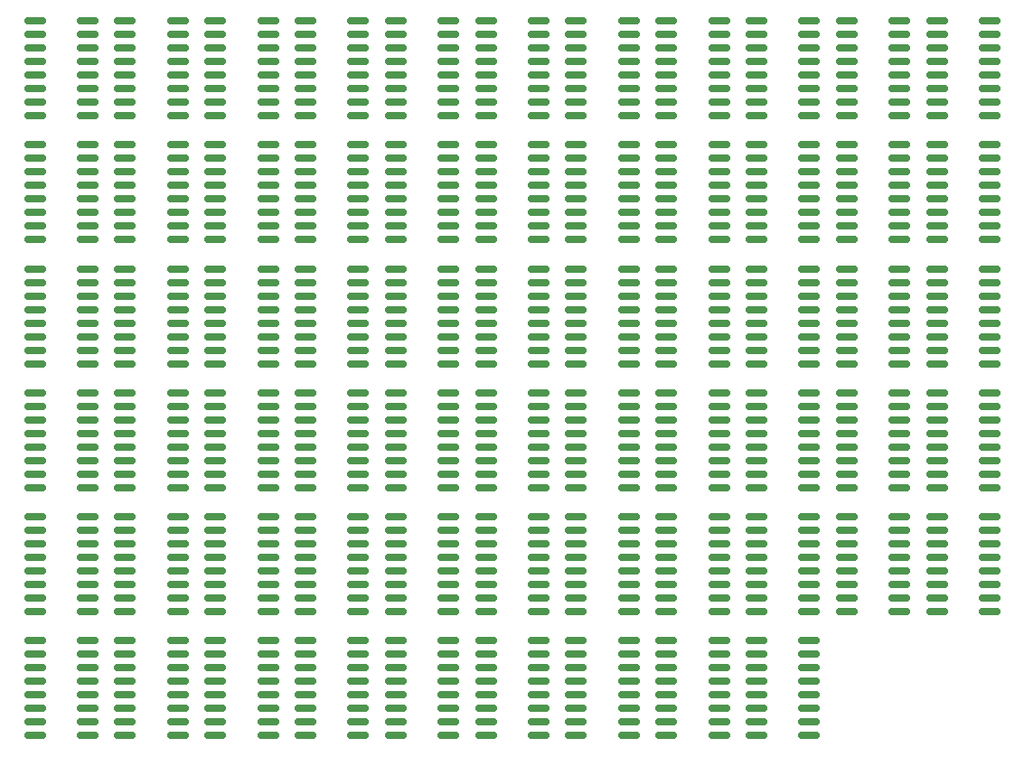
<source format=gbr>
%TF.GenerationSoftware,KiCad,Pcbnew,9.0.7*%
%TF.CreationDate,2026-02-03T13:11:02-05:00*%
%TF.ProjectId,INS-1 Matrix Display Motherboard,494e532d-3120-44d6-9174-726978204469,rev?*%
%TF.SameCoordinates,Original*%
%TF.FileFunction,Paste,Top*%
%TF.FilePolarity,Positive*%
%FSLAX46Y46*%
G04 Gerber Fmt 4.6, Leading zero omitted, Abs format (unit mm)*
G04 Created by KiCad (PCBNEW 9.0.7) date 2026-02-03 13:11:02*
%MOMM*%
%LPD*%
G01*
G04 APERTURE LIST*
G04 Aperture macros list*
%AMRoundRect*
0 Rectangle with rounded corners*
0 $1 Rounding radius*
0 $2 $3 $4 $5 $6 $7 $8 $9 X,Y pos of 4 corners*
0 Add a 4 corners polygon primitive as box body*
4,1,4,$2,$3,$4,$5,$6,$7,$8,$9,$2,$3,0*
0 Add four circle primitives for the rounded corners*
1,1,$1+$1,$2,$3*
1,1,$1+$1,$4,$5*
1,1,$1+$1,$6,$7*
1,1,$1+$1,$8,$9*
0 Add four rect primitives between the rounded corners*
20,1,$1+$1,$2,$3,$4,$5,0*
20,1,$1+$1,$4,$5,$6,$7,0*
20,1,$1+$1,$6,$7,$8,$9,0*
20,1,$1+$1,$8,$9,$2,$3,0*%
G04 Aperture macros list end*
%ADD10RoundRect,0.150000X-0.825000X-0.150000X0.825000X-0.150000X0.825000X0.150000X-0.825000X0.150000X0*%
G04 APERTURE END LIST*
D10*
%TO.C,U64*%
X168855000Y38795000D03*
X168855000Y37525000D03*
X168855000Y36255000D03*
X168855000Y34985000D03*
X168855000Y33715000D03*
X168855000Y32445000D03*
X168855000Y31175000D03*
X168855000Y29905000D03*
X173805000Y29905000D03*
X173805000Y31175000D03*
X173805000Y32445000D03*
X173805000Y33715000D03*
X173805000Y34985000D03*
X173805000Y36255000D03*
X173805000Y37525000D03*
X173805000Y38795000D03*
%TD*%
%TO.C,U63*%
X160405000Y38795000D03*
X160405000Y37525000D03*
X160405000Y36255000D03*
X160405000Y34985000D03*
X160405000Y33715000D03*
X160405000Y32445000D03*
X160405000Y31175000D03*
X160405000Y29905000D03*
X165355000Y29905000D03*
X165355000Y31175000D03*
X165355000Y32445000D03*
X165355000Y33715000D03*
X165355000Y34985000D03*
X165355000Y36255000D03*
X165355000Y37525000D03*
X165355000Y38795000D03*
%TD*%
%TO.C,U62*%
X151955000Y38795000D03*
X151955000Y37525000D03*
X151955000Y36255000D03*
X151955000Y34985000D03*
X151955000Y33715000D03*
X151955000Y32445000D03*
X151955000Y31175000D03*
X151955000Y29905000D03*
X156905000Y29905000D03*
X156905000Y31175000D03*
X156905000Y32445000D03*
X156905000Y33715000D03*
X156905000Y34985000D03*
X156905000Y36255000D03*
X156905000Y37525000D03*
X156905000Y38795000D03*
%TD*%
%TO.C,U61*%
X143505000Y38795000D03*
X143505000Y37525000D03*
X143505000Y36255000D03*
X143505000Y34985000D03*
X143505000Y33715000D03*
X143505000Y32445000D03*
X143505000Y31175000D03*
X143505000Y29905000D03*
X148455000Y29905000D03*
X148455000Y31175000D03*
X148455000Y32445000D03*
X148455000Y33715000D03*
X148455000Y34985000D03*
X148455000Y36255000D03*
X148455000Y37525000D03*
X148455000Y38795000D03*
%TD*%
%TO.C,U60*%
X135055000Y38795000D03*
X135055000Y37525000D03*
X135055000Y36255000D03*
X135055000Y34985000D03*
X135055000Y33715000D03*
X135055000Y32445000D03*
X135055000Y31175000D03*
X135055000Y29905000D03*
X140005000Y29905000D03*
X140005000Y31175000D03*
X140005000Y32445000D03*
X140005000Y33715000D03*
X140005000Y34985000D03*
X140005000Y36255000D03*
X140005000Y37525000D03*
X140005000Y38795000D03*
%TD*%
%TO.C,U59*%
X126605000Y38795000D03*
X126605000Y37525000D03*
X126605000Y36255000D03*
X126605000Y34985000D03*
X126605000Y33715000D03*
X126605000Y32445000D03*
X126605000Y31175000D03*
X126605000Y29905000D03*
X131555000Y29905000D03*
X131555000Y31175000D03*
X131555000Y32445000D03*
X131555000Y33715000D03*
X131555000Y34985000D03*
X131555000Y36255000D03*
X131555000Y37525000D03*
X131555000Y38795000D03*
%TD*%
%TO.C,U58*%
X118155000Y38795000D03*
X118155000Y37525000D03*
X118155000Y36255000D03*
X118155000Y34985000D03*
X118155000Y33715000D03*
X118155000Y32445000D03*
X118155000Y31175000D03*
X118155000Y29905000D03*
X123105000Y29905000D03*
X123105000Y31175000D03*
X123105000Y32445000D03*
X123105000Y33715000D03*
X123105000Y34985000D03*
X123105000Y36255000D03*
X123105000Y37525000D03*
X123105000Y38795000D03*
%TD*%
%TO.C,U57*%
X109705000Y38795000D03*
X109705000Y37525000D03*
X109705000Y36255000D03*
X109705000Y34985000D03*
X109705000Y33715000D03*
X109705000Y32445000D03*
X109705000Y31175000D03*
X109705000Y29905000D03*
X114655000Y29905000D03*
X114655000Y31175000D03*
X114655000Y32445000D03*
X114655000Y33715000D03*
X114655000Y34985000D03*
X114655000Y36255000D03*
X114655000Y37525000D03*
X114655000Y38795000D03*
%TD*%
%TO.C,U56*%
X101255000Y38795000D03*
X101255000Y37525000D03*
X101255000Y36255000D03*
X101255000Y34985000D03*
X101255000Y33715000D03*
X101255000Y32445000D03*
X101255000Y31175000D03*
X101255000Y29905000D03*
X106205000Y29905000D03*
X106205000Y31175000D03*
X106205000Y32445000D03*
X106205000Y33715000D03*
X106205000Y34985000D03*
X106205000Y36255000D03*
X106205000Y37525000D03*
X106205000Y38795000D03*
%TD*%
%TO.C,U55*%
X185755000Y50420000D03*
X185755000Y49150000D03*
X185755000Y47880000D03*
X185755000Y46610000D03*
X185755000Y45340000D03*
X185755000Y44070000D03*
X185755000Y42800000D03*
X185755000Y41530000D03*
X190705000Y41530000D03*
X190705000Y42800000D03*
X190705000Y44070000D03*
X190705000Y45340000D03*
X190705000Y46610000D03*
X190705000Y47880000D03*
X190705000Y49150000D03*
X190705000Y50420000D03*
%TD*%
%TO.C,U54*%
X177305000Y50420000D03*
X177305000Y49150000D03*
X177305000Y47880000D03*
X177305000Y46610000D03*
X177305000Y45340000D03*
X177305000Y44070000D03*
X177305000Y42800000D03*
X177305000Y41530000D03*
X182255000Y41530000D03*
X182255000Y42800000D03*
X182255000Y44070000D03*
X182255000Y45340000D03*
X182255000Y46610000D03*
X182255000Y47880000D03*
X182255000Y49150000D03*
X182255000Y50420000D03*
%TD*%
%TO.C,U53*%
X168855000Y50420000D03*
X168855000Y49150000D03*
X168855000Y47880000D03*
X168855000Y46610000D03*
X168855000Y45340000D03*
X168855000Y44070000D03*
X168855000Y42800000D03*
X168855000Y41530000D03*
X173805000Y41530000D03*
X173805000Y42800000D03*
X173805000Y44070000D03*
X173805000Y45340000D03*
X173805000Y46610000D03*
X173805000Y47880000D03*
X173805000Y49150000D03*
X173805000Y50420000D03*
%TD*%
%TO.C,U52*%
X160405000Y50420000D03*
X160405000Y49150000D03*
X160405000Y47880000D03*
X160405000Y46610000D03*
X160405000Y45340000D03*
X160405000Y44070000D03*
X160405000Y42800000D03*
X160405000Y41530000D03*
X165355000Y41530000D03*
X165355000Y42800000D03*
X165355000Y44070000D03*
X165355000Y45340000D03*
X165355000Y46610000D03*
X165355000Y47880000D03*
X165355000Y49150000D03*
X165355000Y50420000D03*
%TD*%
%TO.C,U51*%
X151955000Y50420000D03*
X151955000Y49150000D03*
X151955000Y47880000D03*
X151955000Y46610000D03*
X151955000Y45340000D03*
X151955000Y44070000D03*
X151955000Y42800000D03*
X151955000Y41530000D03*
X156905000Y41530000D03*
X156905000Y42800000D03*
X156905000Y44070000D03*
X156905000Y45340000D03*
X156905000Y46610000D03*
X156905000Y47880000D03*
X156905000Y49150000D03*
X156905000Y50420000D03*
%TD*%
%TO.C,U50*%
X143505000Y50420000D03*
X143505000Y49150000D03*
X143505000Y47880000D03*
X143505000Y46610000D03*
X143505000Y45340000D03*
X143505000Y44070000D03*
X143505000Y42800000D03*
X143505000Y41530000D03*
X148455000Y41530000D03*
X148455000Y42800000D03*
X148455000Y44070000D03*
X148455000Y45340000D03*
X148455000Y46610000D03*
X148455000Y47880000D03*
X148455000Y49150000D03*
X148455000Y50420000D03*
%TD*%
%TO.C,U49*%
X135055000Y50420000D03*
X135055000Y49150000D03*
X135055000Y47880000D03*
X135055000Y46610000D03*
X135055000Y45340000D03*
X135055000Y44070000D03*
X135055000Y42800000D03*
X135055000Y41530000D03*
X140005000Y41530000D03*
X140005000Y42800000D03*
X140005000Y44070000D03*
X140005000Y45340000D03*
X140005000Y46610000D03*
X140005000Y47880000D03*
X140005000Y49150000D03*
X140005000Y50420000D03*
%TD*%
%TO.C,U48*%
X126605000Y50420000D03*
X126605000Y49150000D03*
X126605000Y47880000D03*
X126605000Y46610000D03*
X126605000Y45340000D03*
X126605000Y44070000D03*
X126605000Y42800000D03*
X126605000Y41530000D03*
X131555000Y41530000D03*
X131555000Y42800000D03*
X131555000Y44070000D03*
X131555000Y45340000D03*
X131555000Y46610000D03*
X131555000Y47880000D03*
X131555000Y49150000D03*
X131555000Y50420000D03*
%TD*%
%TO.C,U47*%
X118155000Y50420000D03*
X118155000Y49150000D03*
X118155000Y47880000D03*
X118155000Y46610000D03*
X118155000Y45340000D03*
X118155000Y44070000D03*
X118155000Y42800000D03*
X118155000Y41530000D03*
X123105000Y41530000D03*
X123105000Y42800000D03*
X123105000Y44070000D03*
X123105000Y45340000D03*
X123105000Y46610000D03*
X123105000Y47880000D03*
X123105000Y49150000D03*
X123105000Y50420000D03*
%TD*%
%TO.C,U46*%
X109705000Y50420000D03*
X109705000Y49150000D03*
X109705000Y47880000D03*
X109705000Y46610000D03*
X109705000Y45340000D03*
X109705000Y44070000D03*
X109705000Y42800000D03*
X109705000Y41530000D03*
X114655000Y41530000D03*
X114655000Y42800000D03*
X114655000Y44070000D03*
X114655000Y45340000D03*
X114655000Y46610000D03*
X114655000Y47880000D03*
X114655000Y49150000D03*
X114655000Y50420000D03*
%TD*%
%TO.C,U45*%
X101255000Y50420000D03*
X101255000Y49150000D03*
X101255000Y47880000D03*
X101255000Y46610000D03*
X101255000Y45340000D03*
X101255000Y44070000D03*
X101255000Y42800000D03*
X101255000Y41530000D03*
X106205000Y41530000D03*
X106205000Y42800000D03*
X106205000Y44070000D03*
X106205000Y45340000D03*
X106205000Y46610000D03*
X106205000Y47880000D03*
X106205000Y49150000D03*
X106205000Y50420000D03*
%TD*%
%TO.C,U44*%
X185755000Y62045000D03*
X185755000Y60775000D03*
X185755000Y59505000D03*
X185755000Y58235000D03*
X185755000Y56965000D03*
X185755000Y55695000D03*
X185755000Y54425000D03*
X185755000Y53155000D03*
X190705000Y53155000D03*
X190705000Y54425000D03*
X190705000Y55695000D03*
X190705000Y56965000D03*
X190705000Y58235000D03*
X190705000Y59505000D03*
X190705000Y60775000D03*
X190705000Y62045000D03*
%TD*%
%TO.C,U43*%
X177305000Y62045000D03*
X177305000Y60775000D03*
X177305000Y59505000D03*
X177305000Y58235000D03*
X177305000Y56965000D03*
X177305000Y55695000D03*
X177305000Y54425000D03*
X177305000Y53155000D03*
X182255000Y53155000D03*
X182255000Y54425000D03*
X182255000Y55695000D03*
X182255000Y56965000D03*
X182255000Y58235000D03*
X182255000Y59505000D03*
X182255000Y60775000D03*
X182255000Y62045000D03*
%TD*%
%TO.C,U42*%
X168855000Y62045000D03*
X168855000Y60775000D03*
X168855000Y59505000D03*
X168855000Y58235000D03*
X168855000Y56965000D03*
X168855000Y55695000D03*
X168855000Y54425000D03*
X168855000Y53155000D03*
X173805000Y53155000D03*
X173805000Y54425000D03*
X173805000Y55695000D03*
X173805000Y56965000D03*
X173805000Y58235000D03*
X173805000Y59505000D03*
X173805000Y60775000D03*
X173805000Y62045000D03*
%TD*%
%TO.C,U41*%
X160405000Y62045000D03*
X160405000Y60775000D03*
X160405000Y59505000D03*
X160405000Y58235000D03*
X160405000Y56965000D03*
X160405000Y55695000D03*
X160405000Y54425000D03*
X160405000Y53155000D03*
X165355000Y53155000D03*
X165355000Y54425000D03*
X165355000Y55695000D03*
X165355000Y56965000D03*
X165355000Y58235000D03*
X165355000Y59505000D03*
X165355000Y60775000D03*
X165355000Y62045000D03*
%TD*%
%TO.C,U40*%
X151955000Y62045000D03*
X151955000Y60775000D03*
X151955000Y59505000D03*
X151955000Y58235000D03*
X151955000Y56965000D03*
X151955000Y55695000D03*
X151955000Y54425000D03*
X151955000Y53155000D03*
X156905000Y53155000D03*
X156905000Y54425000D03*
X156905000Y55695000D03*
X156905000Y56965000D03*
X156905000Y58235000D03*
X156905000Y59505000D03*
X156905000Y60775000D03*
X156905000Y62045000D03*
%TD*%
%TO.C,U39*%
X143505000Y62045000D03*
X143505000Y60775000D03*
X143505000Y59505000D03*
X143505000Y58235000D03*
X143505000Y56965000D03*
X143505000Y55695000D03*
X143505000Y54425000D03*
X143505000Y53155000D03*
X148455000Y53155000D03*
X148455000Y54425000D03*
X148455000Y55695000D03*
X148455000Y56965000D03*
X148455000Y58235000D03*
X148455000Y59505000D03*
X148455000Y60775000D03*
X148455000Y62045000D03*
%TD*%
%TO.C,U38*%
X135055000Y62045000D03*
X135055000Y60775000D03*
X135055000Y59505000D03*
X135055000Y58235000D03*
X135055000Y56965000D03*
X135055000Y55695000D03*
X135055000Y54425000D03*
X135055000Y53155000D03*
X140005000Y53155000D03*
X140005000Y54425000D03*
X140005000Y55695000D03*
X140005000Y56965000D03*
X140005000Y58235000D03*
X140005000Y59505000D03*
X140005000Y60775000D03*
X140005000Y62045000D03*
%TD*%
%TO.C,U37*%
X126605000Y62045000D03*
X126605000Y60775000D03*
X126605000Y59505000D03*
X126605000Y58235000D03*
X126605000Y56965000D03*
X126605000Y55695000D03*
X126605000Y54425000D03*
X126605000Y53155000D03*
X131555000Y53155000D03*
X131555000Y54425000D03*
X131555000Y55695000D03*
X131555000Y56965000D03*
X131555000Y58235000D03*
X131555000Y59505000D03*
X131555000Y60775000D03*
X131555000Y62045000D03*
%TD*%
%TO.C,U36*%
X118155000Y62045000D03*
X118155000Y60775000D03*
X118155000Y59505000D03*
X118155000Y58235000D03*
X118155000Y56965000D03*
X118155000Y55695000D03*
X118155000Y54425000D03*
X118155000Y53155000D03*
X123105000Y53155000D03*
X123105000Y54425000D03*
X123105000Y55695000D03*
X123105000Y56965000D03*
X123105000Y58235000D03*
X123105000Y59505000D03*
X123105000Y60775000D03*
X123105000Y62045000D03*
%TD*%
%TO.C,U35*%
X109705000Y62045000D03*
X109705000Y60775000D03*
X109705000Y59505000D03*
X109705000Y58235000D03*
X109705000Y56965000D03*
X109705000Y55695000D03*
X109705000Y54425000D03*
X109705000Y53155000D03*
X114655000Y53155000D03*
X114655000Y54425000D03*
X114655000Y55695000D03*
X114655000Y56965000D03*
X114655000Y58235000D03*
X114655000Y59505000D03*
X114655000Y60775000D03*
X114655000Y62045000D03*
%TD*%
%TO.C,U34*%
X101255000Y62045000D03*
X101255000Y60775000D03*
X101255000Y59505000D03*
X101255000Y58235000D03*
X101255000Y56965000D03*
X101255000Y55695000D03*
X101255000Y54425000D03*
X101255000Y53155000D03*
X106205000Y53155000D03*
X106205000Y54425000D03*
X106205000Y55695000D03*
X106205000Y56965000D03*
X106205000Y58235000D03*
X106205000Y59505000D03*
X106205000Y60775000D03*
X106205000Y62045000D03*
%TD*%
%TO.C,U33*%
X185755000Y73670000D03*
X185755000Y72400000D03*
X185755000Y71130000D03*
X185755000Y69860000D03*
X185755000Y68590000D03*
X185755000Y67320000D03*
X185755000Y66050000D03*
X185755000Y64780000D03*
X190705000Y64780000D03*
X190705000Y66050000D03*
X190705000Y67320000D03*
X190705000Y68590000D03*
X190705000Y69860000D03*
X190705000Y71130000D03*
X190705000Y72400000D03*
X190705000Y73670000D03*
%TD*%
%TO.C,U32*%
X177305000Y73670000D03*
X177305000Y72400000D03*
X177305000Y71130000D03*
X177305000Y69860000D03*
X177305000Y68590000D03*
X177305000Y67320000D03*
X177305000Y66050000D03*
X177305000Y64780000D03*
X182255000Y64780000D03*
X182255000Y66050000D03*
X182255000Y67320000D03*
X182255000Y68590000D03*
X182255000Y69860000D03*
X182255000Y71130000D03*
X182255000Y72400000D03*
X182255000Y73670000D03*
%TD*%
%TO.C,U31*%
X168855000Y73670000D03*
X168855000Y72400000D03*
X168855000Y71130000D03*
X168855000Y69860000D03*
X168855000Y68590000D03*
X168855000Y67320000D03*
X168855000Y66050000D03*
X168855000Y64780000D03*
X173805000Y64780000D03*
X173805000Y66050000D03*
X173805000Y67320000D03*
X173805000Y68590000D03*
X173805000Y69860000D03*
X173805000Y71130000D03*
X173805000Y72400000D03*
X173805000Y73670000D03*
%TD*%
%TO.C,U30*%
X160405000Y73670000D03*
X160405000Y72400000D03*
X160405000Y71130000D03*
X160405000Y69860000D03*
X160405000Y68590000D03*
X160405000Y67320000D03*
X160405000Y66050000D03*
X160405000Y64780000D03*
X165355000Y64780000D03*
X165355000Y66050000D03*
X165355000Y67320000D03*
X165355000Y68590000D03*
X165355000Y69860000D03*
X165355000Y71130000D03*
X165355000Y72400000D03*
X165355000Y73670000D03*
%TD*%
%TO.C,U29*%
X151955000Y73670000D03*
X151955000Y72400000D03*
X151955000Y71130000D03*
X151955000Y69860000D03*
X151955000Y68590000D03*
X151955000Y67320000D03*
X151955000Y66050000D03*
X151955000Y64780000D03*
X156905000Y64780000D03*
X156905000Y66050000D03*
X156905000Y67320000D03*
X156905000Y68590000D03*
X156905000Y69860000D03*
X156905000Y71130000D03*
X156905000Y72400000D03*
X156905000Y73670000D03*
%TD*%
%TO.C,U28*%
X143505000Y73670000D03*
X143505000Y72400000D03*
X143505000Y71130000D03*
X143505000Y69860000D03*
X143505000Y68590000D03*
X143505000Y67320000D03*
X143505000Y66050000D03*
X143505000Y64780000D03*
X148455000Y64780000D03*
X148455000Y66050000D03*
X148455000Y67320000D03*
X148455000Y68590000D03*
X148455000Y69860000D03*
X148455000Y71130000D03*
X148455000Y72400000D03*
X148455000Y73670000D03*
%TD*%
%TO.C,U27*%
X135055000Y73670000D03*
X135055000Y72400000D03*
X135055000Y71130000D03*
X135055000Y69860000D03*
X135055000Y68590000D03*
X135055000Y67320000D03*
X135055000Y66050000D03*
X135055000Y64780000D03*
X140005000Y64780000D03*
X140005000Y66050000D03*
X140005000Y67320000D03*
X140005000Y68590000D03*
X140005000Y69860000D03*
X140005000Y71130000D03*
X140005000Y72400000D03*
X140005000Y73670000D03*
%TD*%
%TO.C,U26*%
X126605000Y73670000D03*
X126605000Y72400000D03*
X126605000Y71130000D03*
X126605000Y69860000D03*
X126605000Y68590000D03*
X126605000Y67320000D03*
X126605000Y66050000D03*
X126605000Y64780000D03*
X131555000Y64780000D03*
X131555000Y66050000D03*
X131555000Y67320000D03*
X131555000Y68590000D03*
X131555000Y69860000D03*
X131555000Y71130000D03*
X131555000Y72400000D03*
X131555000Y73670000D03*
%TD*%
%TO.C,U25*%
X118155000Y73670000D03*
X118155000Y72400000D03*
X118155000Y71130000D03*
X118155000Y69860000D03*
X118155000Y68590000D03*
X118155000Y67320000D03*
X118155000Y66050000D03*
X118155000Y64780000D03*
X123105000Y64780000D03*
X123105000Y66050000D03*
X123105000Y67320000D03*
X123105000Y68590000D03*
X123105000Y69860000D03*
X123105000Y71130000D03*
X123105000Y72400000D03*
X123105000Y73670000D03*
%TD*%
%TO.C,U24*%
X109705000Y73670000D03*
X109705000Y72400000D03*
X109705000Y71130000D03*
X109705000Y69860000D03*
X109705000Y68590000D03*
X109705000Y67320000D03*
X109705000Y66050000D03*
X109705000Y64780000D03*
X114655000Y64780000D03*
X114655000Y66050000D03*
X114655000Y67320000D03*
X114655000Y68590000D03*
X114655000Y69860000D03*
X114655000Y71130000D03*
X114655000Y72400000D03*
X114655000Y73670000D03*
%TD*%
%TO.C,U23*%
X101255000Y73670000D03*
X101255000Y72400000D03*
X101255000Y71130000D03*
X101255000Y69860000D03*
X101255000Y68590000D03*
X101255000Y67320000D03*
X101255000Y66050000D03*
X101255000Y64780000D03*
X106205000Y64780000D03*
X106205000Y66050000D03*
X106205000Y67320000D03*
X106205000Y68590000D03*
X106205000Y69860000D03*
X106205000Y71130000D03*
X106205000Y72400000D03*
X106205000Y73670000D03*
%TD*%
%TO.C,U22*%
X185755000Y85295000D03*
X185755000Y84025000D03*
X185755000Y82755000D03*
X185755000Y81485000D03*
X185755000Y80215000D03*
X185755000Y78945000D03*
X185755000Y77675000D03*
X185755000Y76405000D03*
X190705000Y76405000D03*
X190705000Y77675000D03*
X190705000Y78945000D03*
X190705000Y80215000D03*
X190705000Y81485000D03*
X190705000Y82755000D03*
X190705000Y84025000D03*
X190705000Y85295000D03*
%TD*%
%TO.C,U21*%
X177305000Y85295000D03*
X177305000Y84025000D03*
X177305000Y82755000D03*
X177305000Y81485000D03*
X177305000Y80215000D03*
X177305000Y78945000D03*
X177305000Y77675000D03*
X177305000Y76405000D03*
X182255000Y76405000D03*
X182255000Y77675000D03*
X182255000Y78945000D03*
X182255000Y80215000D03*
X182255000Y81485000D03*
X182255000Y82755000D03*
X182255000Y84025000D03*
X182255000Y85295000D03*
%TD*%
%TO.C,U20*%
X168855000Y85295000D03*
X168855000Y84025000D03*
X168855000Y82755000D03*
X168855000Y81485000D03*
X168855000Y80215000D03*
X168855000Y78945000D03*
X168855000Y77675000D03*
X168855000Y76405000D03*
X173805000Y76405000D03*
X173805000Y77675000D03*
X173805000Y78945000D03*
X173805000Y80215000D03*
X173805000Y81485000D03*
X173805000Y82755000D03*
X173805000Y84025000D03*
X173805000Y85295000D03*
%TD*%
%TO.C,U19*%
X160405000Y85295000D03*
X160405000Y84025000D03*
X160405000Y82755000D03*
X160405000Y81485000D03*
X160405000Y80215000D03*
X160405000Y78945000D03*
X160405000Y77675000D03*
X160405000Y76405000D03*
X165355000Y76405000D03*
X165355000Y77675000D03*
X165355000Y78945000D03*
X165355000Y80215000D03*
X165355000Y81485000D03*
X165355000Y82755000D03*
X165355000Y84025000D03*
X165355000Y85295000D03*
%TD*%
%TO.C,U18*%
X151955000Y85295000D03*
X151955000Y84025000D03*
X151955000Y82755000D03*
X151955000Y81485000D03*
X151955000Y80215000D03*
X151955000Y78945000D03*
X151955000Y77675000D03*
X151955000Y76405000D03*
X156905000Y76405000D03*
X156905000Y77675000D03*
X156905000Y78945000D03*
X156905000Y80215000D03*
X156905000Y81485000D03*
X156905000Y82755000D03*
X156905000Y84025000D03*
X156905000Y85295000D03*
%TD*%
%TO.C,U17*%
X143505000Y85295000D03*
X143505000Y84025000D03*
X143505000Y82755000D03*
X143505000Y81485000D03*
X143505000Y80215000D03*
X143505000Y78945000D03*
X143505000Y77675000D03*
X143505000Y76405000D03*
X148455000Y76405000D03*
X148455000Y77675000D03*
X148455000Y78945000D03*
X148455000Y80215000D03*
X148455000Y81485000D03*
X148455000Y82755000D03*
X148455000Y84025000D03*
X148455000Y85295000D03*
%TD*%
%TO.C,U16*%
X135055000Y85295000D03*
X135055000Y84025000D03*
X135055000Y82755000D03*
X135055000Y81485000D03*
X135055000Y80215000D03*
X135055000Y78945000D03*
X135055000Y77675000D03*
X135055000Y76405000D03*
X140005000Y76405000D03*
X140005000Y77675000D03*
X140005000Y78945000D03*
X140005000Y80215000D03*
X140005000Y81485000D03*
X140005000Y82755000D03*
X140005000Y84025000D03*
X140005000Y85295000D03*
%TD*%
%TO.C,U15*%
X126605000Y85295000D03*
X126605000Y84025000D03*
X126605000Y82755000D03*
X126605000Y81485000D03*
X126605000Y80215000D03*
X126605000Y78945000D03*
X126605000Y77675000D03*
X126605000Y76405000D03*
X131555000Y76405000D03*
X131555000Y77675000D03*
X131555000Y78945000D03*
X131555000Y80215000D03*
X131555000Y81485000D03*
X131555000Y82755000D03*
X131555000Y84025000D03*
X131555000Y85295000D03*
%TD*%
%TO.C,U14*%
X118155000Y85295000D03*
X118155000Y84025000D03*
X118155000Y82755000D03*
X118155000Y81485000D03*
X118155000Y80215000D03*
X118155000Y78945000D03*
X118155000Y77675000D03*
X118155000Y76405000D03*
X123105000Y76405000D03*
X123105000Y77675000D03*
X123105000Y78945000D03*
X123105000Y80215000D03*
X123105000Y81485000D03*
X123105000Y82755000D03*
X123105000Y84025000D03*
X123105000Y85295000D03*
%TD*%
%TO.C,U13*%
X109705000Y85295000D03*
X109705000Y84025000D03*
X109705000Y82755000D03*
X109705000Y81485000D03*
X109705000Y80215000D03*
X109705000Y78945000D03*
X109705000Y77675000D03*
X109705000Y76405000D03*
X114655000Y76405000D03*
X114655000Y77675000D03*
X114655000Y78945000D03*
X114655000Y80215000D03*
X114655000Y81485000D03*
X114655000Y82755000D03*
X114655000Y84025000D03*
X114655000Y85295000D03*
%TD*%
%TO.C,U12*%
X101255000Y85295000D03*
X101255000Y84025000D03*
X101255000Y82755000D03*
X101255000Y81485000D03*
X101255000Y80215000D03*
X101255000Y78945000D03*
X101255000Y77675000D03*
X101255000Y76405000D03*
X106205000Y76405000D03*
X106205000Y77675000D03*
X106205000Y78945000D03*
X106205000Y80215000D03*
X106205000Y81485000D03*
X106205000Y82755000D03*
X106205000Y84025000D03*
X106205000Y85295000D03*
%TD*%
%TO.C,U11*%
X185755000Y96920000D03*
X185755000Y95650000D03*
X185755000Y94380000D03*
X185755000Y93110000D03*
X185755000Y91840000D03*
X185755000Y90570000D03*
X185755000Y89300000D03*
X185755000Y88030000D03*
X190705000Y88030000D03*
X190705000Y89300000D03*
X190705000Y90570000D03*
X190705000Y91840000D03*
X190705000Y93110000D03*
X190705000Y94380000D03*
X190705000Y95650000D03*
X190705000Y96920000D03*
%TD*%
%TO.C,U10*%
X177305000Y96920000D03*
X177305000Y95650000D03*
X177305000Y94380000D03*
X177305000Y93110000D03*
X177305000Y91840000D03*
X177305000Y90570000D03*
X177305000Y89300000D03*
X177305000Y88030000D03*
X182255000Y88030000D03*
X182255000Y89300000D03*
X182255000Y90570000D03*
X182255000Y91840000D03*
X182255000Y93110000D03*
X182255000Y94380000D03*
X182255000Y95650000D03*
X182255000Y96920000D03*
%TD*%
%TO.C,U9*%
X168855000Y96920000D03*
X168855000Y95650000D03*
X168855000Y94380000D03*
X168855000Y93110000D03*
X168855000Y91840000D03*
X168855000Y90570000D03*
X168855000Y89300000D03*
X168855000Y88030000D03*
X173805000Y88030000D03*
X173805000Y89300000D03*
X173805000Y90570000D03*
X173805000Y91840000D03*
X173805000Y93110000D03*
X173805000Y94380000D03*
X173805000Y95650000D03*
X173805000Y96920000D03*
%TD*%
%TO.C,U8*%
X160405000Y96920000D03*
X160405000Y95650000D03*
X160405000Y94380000D03*
X160405000Y93110000D03*
X160405000Y91840000D03*
X160405000Y90570000D03*
X160405000Y89300000D03*
X160405000Y88030000D03*
X165355000Y88030000D03*
X165355000Y89300000D03*
X165355000Y90570000D03*
X165355000Y91840000D03*
X165355000Y93110000D03*
X165355000Y94380000D03*
X165355000Y95650000D03*
X165355000Y96920000D03*
%TD*%
%TO.C,U7*%
X151955000Y96920000D03*
X151955000Y95650000D03*
X151955000Y94380000D03*
X151955000Y93110000D03*
X151955000Y91840000D03*
X151955000Y90570000D03*
X151955000Y89300000D03*
X151955000Y88030000D03*
X156905000Y88030000D03*
X156905000Y89300000D03*
X156905000Y90570000D03*
X156905000Y91840000D03*
X156905000Y93110000D03*
X156905000Y94380000D03*
X156905000Y95650000D03*
X156905000Y96920000D03*
%TD*%
%TO.C,U6*%
X143505000Y96920000D03*
X143505000Y95650000D03*
X143505000Y94380000D03*
X143505000Y93110000D03*
X143505000Y91840000D03*
X143505000Y90570000D03*
X143505000Y89300000D03*
X143505000Y88030000D03*
X148455000Y88030000D03*
X148455000Y89300000D03*
X148455000Y90570000D03*
X148455000Y91840000D03*
X148455000Y93110000D03*
X148455000Y94380000D03*
X148455000Y95650000D03*
X148455000Y96920000D03*
%TD*%
%TO.C,U5*%
X135055000Y96920000D03*
X135055000Y95650000D03*
X135055000Y94380000D03*
X135055000Y93110000D03*
X135055000Y91840000D03*
X135055000Y90570000D03*
X135055000Y89300000D03*
X135055000Y88030000D03*
X140005000Y88030000D03*
X140005000Y89300000D03*
X140005000Y90570000D03*
X140005000Y91840000D03*
X140005000Y93110000D03*
X140005000Y94380000D03*
X140005000Y95650000D03*
X140005000Y96920000D03*
%TD*%
%TO.C,U4*%
X126605000Y96920000D03*
X126605000Y95650000D03*
X126605000Y94380000D03*
X126605000Y93110000D03*
X126605000Y91840000D03*
X126605000Y90570000D03*
X126605000Y89300000D03*
X126605000Y88030000D03*
X131555000Y88030000D03*
X131555000Y89300000D03*
X131555000Y90570000D03*
X131555000Y91840000D03*
X131555000Y93110000D03*
X131555000Y94380000D03*
X131555000Y95650000D03*
X131555000Y96920000D03*
%TD*%
%TO.C,U3*%
X118155000Y96920000D03*
X118155000Y95650000D03*
X118155000Y94380000D03*
X118155000Y93110000D03*
X118155000Y91840000D03*
X118155000Y90570000D03*
X118155000Y89300000D03*
X118155000Y88030000D03*
X123105000Y88030000D03*
X123105000Y89300000D03*
X123105000Y90570000D03*
X123105000Y91840000D03*
X123105000Y93110000D03*
X123105000Y94380000D03*
X123105000Y95650000D03*
X123105000Y96920000D03*
%TD*%
%TO.C,U2*%
X109705000Y96920000D03*
X109705000Y95650000D03*
X109705000Y94380000D03*
X109705000Y93110000D03*
X109705000Y91840000D03*
X109705000Y90570000D03*
X109705000Y89300000D03*
X109705000Y88030000D03*
X114655000Y88030000D03*
X114655000Y89300000D03*
X114655000Y90570000D03*
X114655000Y91840000D03*
X114655000Y93110000D03*
X114655000Y94380000D03*
X114655000Y95650000D03*
X114655000Y96920000D03*
%TD*%
%TO.C,U1*%
X101255000Y96920000D03*
X101255000Y95650000D03*
X101255000Y94380000D03*
X101255000Y93110000D03*
X101255000Y91840000D03*
X101255000Y90570000D03*
X101255000Y89300000D03*
X101255000Y88030000D03*
X106205000Y88030000D03*
X106205000Y89300000D03*
X106205000Y90570000D03*
X106205000Y91840000D03*
X106205000Y93110000D03*
X106205000Y94380000D03*
X106205000Y95650000D03*
X106205000Y96920000D03*
%TD*%
M02*

</source>
